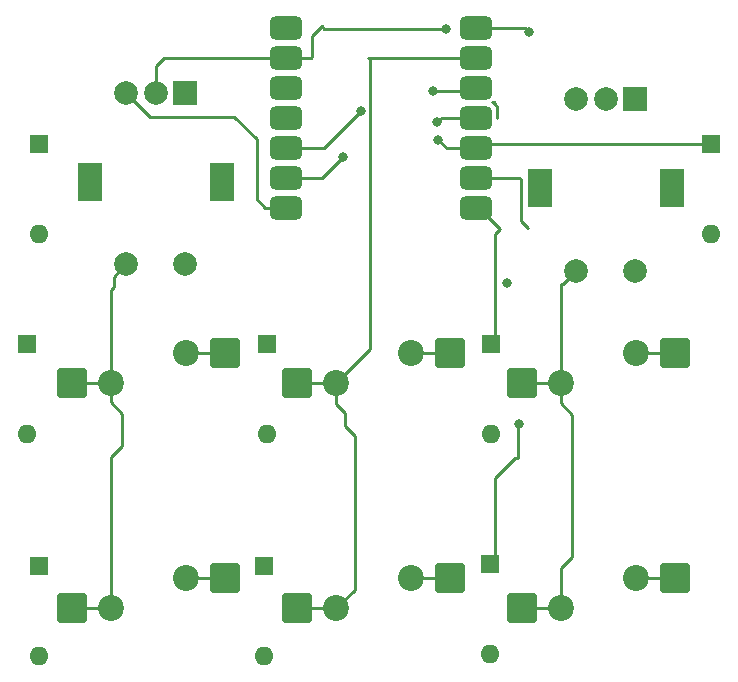
<source format=gbl>
%TF.GenerationSoftware,KiCad,Pcbnew,7.0.11*%
%TF.CreationDate,2024-02-27T10:57:45-05:00*%
%TF.ProjectId,MacropadPCB,4d616372-6f70-4616-9450-43422e6b6963,rev?*%
%TF.SameCoordinates,Original*%
%TF.FileFunction,Copper,L2,Bot*%
%TF.FilePolarity,Positive*%
%FSLAX46Y46*%
G04 Gerber Fmt 4.6, Leading zero omitted, Abs format (unit mm)*
G04 Created by KiCad (PCBNEW 7.0.11) date 2024-02-27 10:57:45*
%MOMM*%
%LPD*%
G01*
G04 APERTURE LIST*
G04 Aperture macros list*
%AMRoundRect*
0 Rectangle with rounded corners*
0 $1 Rounding radius*
0 $2 $3 $4 $5 $6 $7 $8 $9 X,Y pos of 4 corners*
0 Add a 4 corners polygon primitive as box body*
4,1,4,$2,$3,$4,$5,$6,$7,$8,$9,$2,$3,0*
0 Add four circle primitives for the rounded corners*
1,1,$1+$1,$2,$3*
1,1,$1+$1,$4,$5*
1,1,$1+$1,$6,$7*
1,1,$1+$1,$8,$9*
0 Add four rect primitives between the rounded corners*
20,1,$1+$1,$2,$3,$4,$5,0*
20,1,$1+$1,$4,$5,$6,$7,0*
20,1,$1+$1,$6,$7,$8,$9,0*
20,1,$1+$1,$8,$9,$2,$3,0*%
G04 Aperture macros list end*
%TA.AperFunction,SMDPad,CuDef*%
%ADD10RoundRect,0.250000X-1.025000X-1.000000X1.025000X-1.000000X1.025000X1.000000X-1.025000X1.000000X0*%
%TD*%
%TA.AperFunction,ComponentPad*%
%ADD11C,2.200000*%
%TD*%
%TA.AperFunction,ComponentPad*%
%ADD12R,1.600000X1.600000*%
%TD*%
%TA.AperFunction,ComponentPad*%
%ADD13O,1.600000X1.600000*%
%TD*%
%TA.AperFunction,ComponentPad*%
%ADD14R,2.000000X2.000000*%
%TD*%
%TA.AperFunction,ComponentPad*%
%ADD15C,2.000000*%
%TD*%
%TA.AperFunction,ComponentPad*%
%ADD16R,2.000000X3.200000*%
%TD*%
%TA.AperFunction,SMDPad,CuDef*%
%ADD17RoundRect,0.500000X0.875000X0.500000X-0.875000X0.500000X-0.875000X-0.500000X0.875000X-0.500000X0*%
%TD*%
%TA.AperFunction,ViaPad*%
%ADD18C,0.800000*%
%TD*%
%TA.AperFunction,Conductor*%
%ADD19C,0.250000*%
%TD*%
G04 APERTURE END LIST*
D10*
%TO.P,REF\u002A\u002A,1*%
%TO.N,Col 0*%
X85625000Y-97790000D03*
%TO.P,REF\u002A\u002A,2*%
%TO.N,Net-(D4-A)*%
X98552000Y-95250000D03*
%TD*%
%TO.P,REF\u002A\u002A,1*%
%TO.N,Col 1*%
X104675000Y-97790000D03*
%TO.P,REF\u002A\u002A,2*%
%TO.N,Net-(D5-A)*%
X117602000Y-95250000D03*
%TD*%
%TO.P,REF\u002A\u002A,1*%
%TO.N,Col 2*%
X123725000Y-97790000D03*
%TO.P,REF\u002A\u002A,2*%
%TO.N,Net-(D6-A)*%
X136652000Y-95250000D03*
%TD*%
%TO.P,REF\u002A\u002A,1*%
%TO.N,Col 2*%
X123725000Y-78740000D03*
%TO.P,REF\u002A\u002A,2*%
%TO.N,Net-(D3-A)*%
X136652000Y-76200000D03*
%TD*%
%TO.P,REF\u002A\u002A,1*%
%TO.N,Col 1*%
X104675000Y-78740000D03*
%TO.P,REF\u002A\u002A,2*%
%TO.N,Net-(D2-A)*%
X117602000Y-76200000D03*
%TD*%
%TO.P,REF\u002A\u002A,1*%
%TO.N,Col 0*%
X85625000Y-78740000D03*
%TO.P,REF\u002A\u002A,2*%
%TO.N,Net-(D1-A)*%
X98552000Y-76200000D03*
%TD*%
D11*
%TO.P,SW5,1,A*%
%TO.N,Net-(D5-A)*%
X114300000Y-95250000D03*
%TO.P,SW5,2,B*%
%TO.N,Col 1*%
X107950000Y-97790000D03*
%TD*%
%TO.P,SW1,1,A*%
%TO.N,Net-(D2-A)*%
X114300000Y-76200000D03*
%TO.P,SW1,2,B*%
%TO.N,Col 1*%
X107950000Y-78740000D03*
%TD*%
D12*
%TO.P,D2,1,K*%
%TO.N,Row 0*%
X102108000Y-75438000D03*
D13*
%TO.P,D2,2,A*%
%TO.N,Net-(D2-A)*%
X102108000Y-83058000D03*
%TD*%
D11*
%TO.P,SW3,1,A*%
%TO.N,Net-(D3-A)*%
X133350000Y-76200000D03*
%TO.P,SW3,2,B*%
%TO.N,Col 2*%
X127000000Y-78740000D03*
%TD*%
D14*
%TO.P,SW10,A,A*%
%TO.N,ENC_A1*%
X133300000Y-54700000D03*
D15*
%TO.P,SW10,B,B*%
%TO.N,ENC_B1*%
X128300000Y-54700000D03*
%TO.P,SW10,C,C*%
%TO.N,GND*%
X130800000Y-54700000D03*
D16*
%TO.P,SW10,MP*%
%TO.N,N/C*%
X136400000Y-62200000D03*
X125200000Y-62200000D03*
D15*
%TO.P,SW10,S1,S1*%
%TO.N,Col 2*%
X128300000Y-69200000D03*
%TO.P,SW10,S2,S2*%
%TO.N,Net-(D10-A)*%
X133300000Y-69200000D03*
%TD*%
D13*
%TO.P,D1,2,A*%
%TO.N,Net-(D1-A)*%
X81788000Y-83058000D03*
D12*
%TO.P,D1,1,K*%
%TO.N,Row 0*%
X81788000Y-75438000D03*
%TD*%
D11*
%TO.P,SW4,1,A*%
%TO.N,Net-(D4-A)*%
X95250000Y-95250000D03*
%TO.P,SW4,2,B*%
%TO.N,Col 0*%
X88900000Y-97790000D03*
%TD*%
D14*
%TO.P,SW11,A,A*%
%TO.N,ENC_A0*%
X95200000Y-54175000D03*
D15*
%TO.P,SW11,B,B*%
%TO.N,ENC_B0*%
X90200000Y-54175000D03*
%TO.P,SW11,C,C*%
%TO.N,GND*%
X92700000Y-54175000D03*
D16*
%TO.P,SW11,MP*%
%TO.N,N/C*%
X98300000Y-61675000D03*
X87100000Y-61675000D03*
D15*
%TO.P,SW11,S1,S1*%
%TO.N,Col 0*%
X90200000Y-68675000D03*
%TO.P,SW11,S2,S2*%
%TO.N,Net-(D11-A)*%
X95200000Y-68675000D03*
%TD*%
D12*
%TO.P,D10,1,K*%
%TO.N,Row 2*%
X139700000Y-58440000D03*
D13*
%TO.P,D10,2,A*%
%TO.N,Net-(D10-A)*%
X139700000Y-66060000D03*
%TD*%
D12*
%TO.P,D4,1,K*%
%TO.N,Row 1*%
X82804000Y-94234000D03*
D13*
%TO.P,D4,2,A*%
%TO.N,Net-(D4-A)*%
X82804000Y-101854000D03*
%TD*%
D12*
%TO.P,D11,1,K*%
%TO.N,Row 2*%
X82804000Y-58440000D03*
D13*
%TO.P,D11,2,A*%
%TO.N,Net-(D11-A)*%
X82804000Y-66060000D03*
%TD*%
D12*
%TO.P,D5,1,K*%
%TO.N,Row 1*%
X101825000Y-94234000D03*
D13*
%TO.P,D5,2,A*%
%TO.N,Net-(D5-A)*%
X101825000Y-101854000D03*
%TD*%
D12*
%TO.P,D3,1,K*%
%TO.N,Row 0*%
X121050000Y-75438000D03*
D13*
%TO.P,D3,2,A*%
%TO.N,Net-(D3-A)*%
X121050000Y-83058000D03*
%TD*%
D11*
%TO.P,SW2,1,A*%
%TO.N,Net-(D1-A)*%
X95250000Y-76200000D03*
%TO.P,SW2,2,B*%
%TO.N,Col 0*%
X88900000Y-78740000D03*
%TD*%
D12*
%TO.P,D6,1,K*%
%TO.N,Row 1*%
X120950000Y-94065000D03*
D13*
%TO.P,D6,2,A*%
%TO.N,Net-(D6-A)*%
X120950000Y-101685000D03*
%TD*%
D11*
%TO.P,SW6,1,A*%
%TO.N,Net-(D6-A)*%
X133350000Y-95250000D03*
%TO.P,SW6,2,B*%
%TO.N,Col 2*%
X127000000Y-97790000D03*
%TD*%
D17*
%TO.P,U1,1,PA02_A0_D0*%
%TO.N,Col 2*%
X119842500Y-48625000D03*
%TO.P,U1,2,PA4_A1_D1*%
%TO.N,Col 1*%
X119842500Y-51165000D03*
%TO.P,U1,3,PA10_A2_D2*%
%TO.N,Col 0*%
X119842500Y-53705000D03*
%TO.P,U1,4,PA11_A3_D3*%
%TO.N,ENC_A0*%
X119842500Y-56245000D03*
%TO.P,U1,5,PA8_A4_D4_SDA*%
%TO.N,Row 2*%
X119842500Y-58785000D03*
%TO.P,U1,6,PA9_A5_D5_SCL*%
%TO.N,Row 1*%
X119842500Y-61325000D03*
%TO.P,U1,7,PB08_A6_D6_TX*%
%TO.N,Row 0*%
X119842500Y-63865000D03*
%TO.P,U1,8,PB09_A7_D7_RX*%
%TO.N,ENC_B0*%
X103677500Y-63865000D03*
%TO.P,U1,9,PA7_A8_D8_SCK*%
%TO.N,ENC_A1*%
X103677500Y-61325000D03*
%TO.P,U1,10,PA5_A9_D9_MISO*%
%TO.N,ENC_B1*%
X103677500Y-58785000D03*
%TO.P,U1,11,PA6_A10_D10_MOSI*%
%TO.N,unconnected-(U1-PA6_A10_D10_MOSI-Pad11)*%
X103677500Y-56245000D03*
%TO.P,U1,12,3V3*%
%TO.N,unconnected-(U1-3V3-Pad12)*%
X103677500Y-53705000D03*
%TO.P,U1,13,GND*%
%TO.N,GND*%
X103677500Y-51165000D03*
%TO.P,U1,14,5V*%
%TO.N,unconnected-(U1-5V-Pad14)*%
X103677500Y-48625000D03*
%TD*%
D18*
%TO.N,Row 1*%
X122436578Y-70229700D03*
X123440758Y-82211413D03*
%TO.N,Row 2*%
X116625000Y-58100000D03*
%TO.N,ENC_A1*%
X108500000Y-59575000D03*
%TO.N,ENC_B1*%
X110025000Y-55650000D03*
%TO.N,GND*%
X117300000Y-48725000D03*
%TO.N,ENC_A0*%
X116525000Y-56600000D03*
%TO.N,Col 0*%
X116175000Y-54000000D03*
%TO.N,Col 2*%
X124275000Y-48975000D03*
%TD*%
D19*
%TO.N,Col 1*%
X107950000Y-97790000D02*
X104675000Y-97790000D01*
%TO.N,Net-(D5-A)*%
X117602000Y-95250000D02*
X114300000Y-95250000D01*
%TO.N,Col 2*%
X123725000Y-97790000D02*
X127000000Y-97790000D01*
%TO.N,Net-(D6-A)*%
X136652000Y-95250000D02*
X133350000Y-95250000D01*
%TO.N,Net-(D3-A)*%
X136652000Y-76200000D02*
X133350000Y-76200000D01*
%TO.N,Col 2*%
X123725000Y-78740000D02*
X127000000Y-78740000D01*
%TO.N,Net-(D2-A)*%
X114300000Y-76200000D02*
X117602000Y-76200000D01*
%TO.N,Col 1*%
X104675000Y-78740000D02*
X107950000Y-78740000D01*
%TO.N,Net-(D1-A)*%
X95250000Y-76200000D02*
X98552000Y-76200000D01*
%TO.N,Col 0*%
X88900000Y-78740000D02*
X85625000Y-78740000D01*
%TO.N,Net-(D4-A)*%
X95250000Y-95250000D02*
X98552000Y-95250000D01*
%TO.N,Col 0*%
X88900000Y-97790000D02*
X85625000Y-97790000D01*
%TO.N,Row 1*%
X124175000Y-65600000D02*
X123600000Y-65025000D01*
X123600000Y-61475000D02*
X123450000Y-61325000D01*
X123450000Y-61325000D02*
X119842500Y-61325000D01*
X123600000Y-65025000D02*
X123600000Y-61475000D01*
%TO.N,Col 0*%
X89175000Y-70575000D02*
X89175000Y-69700000D01*
X88900000Y-78740000D02*
X88900000Y-70850000D01*
X88900000Y-70850000D02*
X89175000Y-70575000D01*
X89175000Y-69700000D02*
X90200000Y-68675000D01*
%TO.N,Row 0*%
X119842500Y-63865000D02*
X120040000Y-63865000D01*
X120040000Y-63865000D02*
X121850000Y-65675000D01*
X121412000Y-66113000D02*
X121412000Y-75438000D01*
X121850000Y-65675000D02*
X121412000Y-66113000D01*
%TO.N,Row 1*%
X123325000Y-82300000D02*
X123350000Y-82275000D01*
X123325000Y-85075000D02*
X123325000Y-82300000D01*
X123125000Y-85075000D02*
X123325000Y-85075000D01*
X121412000Y-86788000D02*
X123125000Y-85075000D01*
X121412000Y-94234000D02*
X121412000Y-86788000D01*
%TO.N,*%
X121171498Y-54925000D02*
X121542500Y-55296002D01*
X121400000Y-55025000D02*
X121300000Y-54925000D01*
X121300000Y-54925000D02*
X121171498Y-54925000D01*
X121542500Y-55296002D02*
X121542500Y-56245000D01*
%TO.N,Row 2*%
X139700000Y-58440000D02*
X120187500Y-58440000D01*
X120187500Y-58440000D02*
X119842500Y-58785000D01*
X117310000Y-58785000D02*
X119842500Y-58785000D01*
X116625000Y-58100000D02*
X117310000Y-58785000D01*
%TO.N,ENC_A1*%
X108500000Y-59575000D02*
X106750000Y-61325000D01*
X106750000Y-61325000D02*
X103677500Y-61325000D01*
%TO.N,ENC_B1*%
X110025000Y-55650000D02*
X106890000Y-58785000D01*
X106890000Y-58785000D02*
X103677500Y-58785000D01*
%TO.N,GND*%
X93385000Y-51165000D02*
X103677500Y-51165000D01*
X117300000Y-48725000D02*
X106950000Y-48725000D01*
X105835000Y-51165000D02*
X103677500Y-51165000D01*
X105925000Y-51075000D02*
X105835000Y-51165000D01*
X105925000Y-49300000D02*
X105925000Y-51075000D01*
X92700000Y-51850000D02*
X93385000Y-51165000D01*
X106950000Y-48725000D02*
X106725000Y-48500000D01*
X92700000Y-54175000D02*
X92700000Y-51850000D01*
X106725000Y-48500000D02*
X105925000Y-49300000D01*
%TO.N,ENC_A0*%
X116525000Y-56600000D02*
X116880000Y-56245000D01*
X116880000Y-56245000D02*
X119842500Y-56245000D01*
%TO.N,ENC_B0*%
X99350000Y-56175000D02*
X101225000Y-58050000D01*
X101225000Y-63150000D02*
X101940000Y-63865000D01*
X101940000Y-63865000D02*
X103677500Y-63865000D01*
X101225000Y-58050000D02*
X101225000Y-63150000D01*
X90200000Y-54175000D02*
X92200000Y-56175000D01*
X92200000Y-56175000D02*
X99350000Y-56175000D01*
%TO.N,Col 1*%
X110825000Y-51325000D02*
X110665000Y-51165000D01*
X108675000Y-81250000D02*
X107950000Y-80525000D01*
X107950000Y-97790000D02*
X109525000Y-96215000D01*
X108675000Y-82350000D02*
X108675000Y-81250000D01*
X107950000Y-78740000D02*
X110825000Y-75865000D01*
X110665000Y-51165000D02*
X119842500Y-51165000D01*
X107950000Y-80525000D02*
X107950000Y-78740000D01*
X109525000Y-83200000D02*
X108675000Y-82350000D01*
X110825000Y-75865000D02*
X110825000Y-51325000D01*
X109525000Y-96215000D02*
X109525000Y-83200000D01*
%TO.N,Col 0*%
X88900000Y-97790000D02*
X88900000Y-84975000D01*
X116175000Y-54000000D02*
X119547500Y-54000000D01*
X89850000Y-81300000D02*
X88900000Y-80350000D01*
X119547500Y-54000000D02*
X119842500Y-53705000D01*
X88900000Y-84975000D02*
X89850000Y-84025000D01*
X88900000Y-80350000D02*
X88900000Y-78740000D01*
X89850000Y-84025000D02*
X89850000Y-81300000D01*
%TO.N,Col 2*%
X127950000Y-81400000D02*
X127000000Y-80450000D01*
X127025000Y-70375000D02*
X127125000Y-70375000D01*
X124275000Y-48975000D02*
X123925000Y-48625000D01*
X127000000Y-80450000D02*
X127000000Y-78740000D01*
X127000000Y-78740000D02*
X127000000Y-70400000D01*
X127950000Y-93425000D02*
X127950000Y-81400000D01*
X127000000Y-70400000D02*
X127025000Y-70375000D01*
X127125000Y-70375000D02*
X128300000Y-69200000D01*
X127000000Y-97790000D02*
X127000000Y-94375000D01*
X123925000Y-48625000D02*
X119842500Y-48625000D01*
X127000000Y-94375000D02*
X127950000Y-93425000D01*
%TD*%
M02*

</source>
